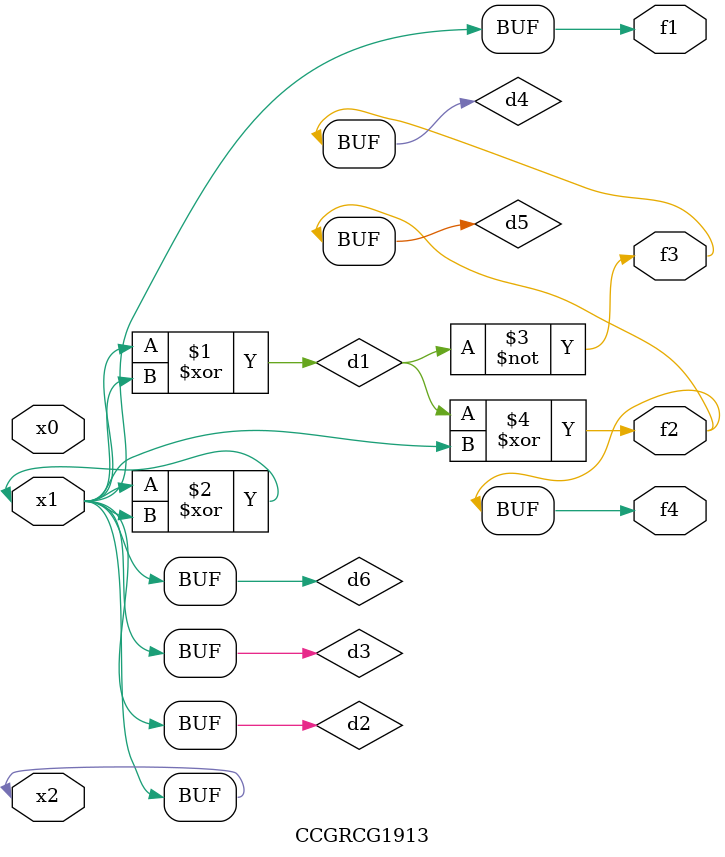
<source format=v>
module CCGRCG1913(
	input x0, x1, x2,
	output f1, f2, f3, f4
);

	wire d1, d2, d3, d4, d5, d6;

	xor (d1, x1, x2);
	buf (d2, x1, x2);
	xor (d3, x1, x2);
	nor (d4, d1);
	xor (d5, d1, d2);
	buf (d6, d2, d3);
	assign f1 = d6;
	assign f2 = d5;
	assign f3 = d4;
	assign f4 = d5;
endmodule

</source>
